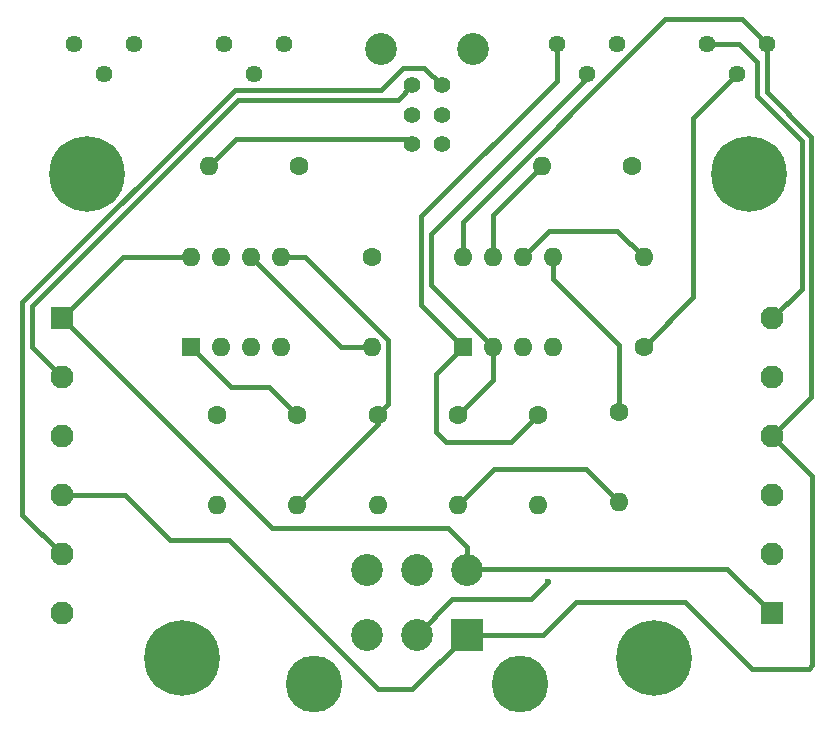
<source format=gbl>
%TF.GenerationSoftware,KiCad,Pcbnew,8.0.3*%
%TF.CreationDate,2024-07-01T16:11:10-07:00*%
%TF.ProjectId,gofaster,676f6661-7374-4657-922e-6b696361645f,rev?*%
%TF.SameCoordinates,Original*%
%TF.FileFunction,Copper,L2,Bot*%
%TF.FilePolarity,Positive*%
%FSLAX46Y46*%
G04 Gerber Fmt 4.6, Leading zero omitted, Abs format (unit mm)*
G04 Created by KiCad (PCBNEW 8.0.3) date 2024-07-01 16:11:10*
%MOMM*%
%LPD*%
G01*
G04 APERTURE LIST*
%TA.AperFunction,ComponentPad*%
%ADD10C,1.600000*%
%TD*%
%TA.AperFunction,ComponentPad*%
%ADD11O,1.600000X1.600000*%
%TD*%
%TA.AperFunction,ComponentPad*%
%ADD12C,1.440000*%
%TD*%
%TA.AperFunction,ComponentPad*%
%ADD13R,1.950000X1.950000*%
%TD*%
%TA.AperFunction,ComponentPad*%
%ADD14C,1.950000*%
%TD*%
%TA.AperFunction,ComponentPad*%
%ADD15R,1.600000X1.600000*%
%TD*%
%TA.AperFunction,ComponentPad*%
%ADD16R,2.700000X2.700000*%
%TD*%
%TA.AperFunction,ComponentPad*%
%ADD17C,2.700000*%
%TD*%
%TA.AperFunction,ComponentPad*%
%ADD18C,4.800000*%
%TD*%
%TA.AperFunction,ComponentPad*%
%ADD19C,1.400000*%
%TD*%
%TA.AperFunction,ComponentPad*%
%ADD20C,6.400000*%
%TD*%
%TA.AperFunction,ViaPad*%
%ADD21C,0.600000*%
%TD*%
%TA.AperFunction,Conductor*%
%ADD22C,0.400000*%
%TD*%
G04 APERTURE END LIST*
D10*
%TO.P,R26,1*%
%TO.N,Net-(R25-Pad2)*%
X154100000Y-128630000D03*
D11*
%TO.P,R26,2*%
%TO.N,Net-(U2B--)*%
X154100000Y-121010000D03*
%TD*%
D12*
%TO.P,R15,1,1*%
%TO.N,/G1*%
X118590000Y-103000000D03*
%TO.P,R15,2,2*%
%TO.N,Net-(R15-Pad2)*%
X121130000Y-105540000D03*
%TO.P,R15,3,3*%
%TO.N,/V1*%
X123670000Y-103000000D03*
%TD*%
D13*
%TO.P,J3,1,Pin_1*%
%TO.N,/V1*%
X104852382Y-126200000D03*
D14*
%TO.P,J3,2,Pin_2*%
%TO.N,/S1_foot*%
X104852382Y-131200000D03*
%TO.P,J3,3,Pin_3*%
%TO.N,/G1*%
X104852382Y-136200000D03*
%TO.P,J3,4,Pin_4*%
%TO.N,/V2*%
X104852382Y-141200000D03*
%TO.P,J3,5,Pin_5*%
%TO.N,/S2_foot*%
X104852382Y-146200000D03*
%TO.P,J3,6,Pin_6*%
%TO.N,/G2*%
X104852382Y-151200000D03*
%TD*%
D15*
%TO.P,U2,1*%
%TO.N,Net-(R22-Pad1)*%
X138800000Y-128620000D03*
D11*
%TO.P,U2,2,-*%
%TO.N,Net-(U2A--)*%
X141340000Y-128620000D03*
%TO.P,U2,3,+*%
%TO.N,/S2*%
X143880000Y-128620000D03*
%TO.P,U2,4,V-*%
%TO.N,/G2*%
X146420000Y-128620000D03*
%TO.P,U2,5,+*%
%TO.N,Net-(U2B-+)*%
X146420000Y-121000000D03*
%TO.P,U2,6,-*%
%TO.N,Net-(U2B--)*%
X143880000Y-121000000D03*
%TO.P,U2,7*%
%TO.N,/S2_hand*%
X141340000Y-121000000D03*
%TO.P,U2,8,V+*%
%TO.N,/V2*%
X138800000Y-121000000D03*
%TD*%
D10*
%TO.P,R24,1*%
%TO.N,Net-(U2B-+)*%
X152000000Y-134190000D03*
D11*
%TO.P,R24,2*%
%TO.N,/G2*%
X152000000Y-141810000D03*
%TD*%
D15*
%TO.P,U1,1*%
%TO.N,Net-(R12-Pad1)*%
X115800000Y-128620000D03*
D11*
%TO.P,U1,2,-*%
%TO.N,Net-(U1A--)*%
X118340000Y-128620000D03*
%TO.P,U1,3,+*%
%TO.N,/S1*%
X120880000Y-128620000D03*
%TO.P,U1,4,V-*%
%TO.N,/G1*%
X123420000Y-128620000D03*
%TO.P,U1,5,+*%
%TO.N,Net-(U1B-+)*%
X123420000Y-121000000D03*
%TO.P,U1,6,-*%
%TO.N,Net-(U1B--)*%
X120880000Y-121000000D03*
%TO.P,U1,7*%
%TO.N,/S1_hand*%
X118340000Y-121000000D03*
%TO.P,U1,8,V+*%
%TO.N,/V1*%
X115800000Y-121000000D03*
%TD*%
D10*
%TO.P,R11,1*%
%TO.N,Net-(U1A--)*%
X118000000Y-134380000D03*
D11*
%TO.P,R11,2*%
%TO.N,/G1*%
X118000000Y-142000000D03*
%TD*%
D12*
%TO.P,R12,1,1*%
%TO.N,Net-(R12-Pad1)*%
X105920000Y-103000000D03*
%TO.P,R12,2,2*%
%TO.N,Net-(U1A--)*%
X108460000Y-105540000D03*
%TO.P,R12,3,3*%
%TO.N,unconnected-(R12-Pad3)*%
X111000000Y-103000000D03*
%TD*%
%TO.P,R25,1,1*%
%TO.N,/G2*%
X159450000Y-103000000D03*
%TO.P,R25,2,2*%
%TO.N,Net-(R25-Pad2)*%
X161990000Y-105540000D03*
%TO.P,R25,3,3*%
%TO.N,/V2*%
X164530000Y-103000000D03*
%TD*%
D16*
%TO.P,J2,1,1*%
%TO.N,/V2*%
X139126191Y-153000000D03*
D17*
%TO.P,J2,2,2*%
%TO.N,/V1*%
X139126191Y-147500000D03*
%TO.P,J2,3,3*%
%TO.N,/S2*%
X134926191Y-153000000D03*
%TO.P,J2,4,4*%
%TO.N,/S1*%
X134926191Y-147500000D03*
%TO.P,J2,5,5*%
%TO.N,/G2*%
X130726191Y-153000000D03*
%TO.P,J2,6,6*%
%TO.N,/G1*%
X130726191Y-147500000D03*
D18*
%TO.P,J2,MH1,MH1*%
%TO.N,unconnected-(J2-PadMH1)*%
X126226191Y-157200000D03*
%TO.P,J2,MH2,MH2*%
%TO.N,unconnected-(J2-PadMH2)*%
X143626191Y-157200000D03*
%TD*%
D19*
%TO.P,SW1,1,A*%
%TO.N,/S1_foot*%
X134500000Y-106500000D03*
%TO.P,SW1,2,B*%
%TO.N,/S1_out*%
X134500000Y-109000000D03*
%TO.P,SW1,3,C*%
%TO.N,/S1_hand*%
X134500000Y-111500000D03*
%TO.P,SW1,4,A*%
%TO.N,/S2_foot*%
X137000000Y-106500000D03*
%TO.P,SW1,5,B*%
%TO.N,/S2_out*%
X137000000Y-109000000D03*
%TO.P,SW1,6,C*%
%TO.N,/S2_hand*%
X137000000Y-111500000D03*
D17*
%TO.P,SW1,MH1*%
%TO.N,N/C*%
X139650000Y-103450000D03*
%TO.P,SW1,MH2*%
X131850000Y-103450000D03*
%TD*%
D20*
%TO.P,REF\u002A\u002A,1*%
%TO.N,N/C*%
X163000000Y-114000000D03*
%TD*%
D10*
%TO.P,R17,1*%
%TO.N,Net-(U1B--)*%
X124950000Y-113300000D03*
D11*
%TO.P,R17,2*%
%TO.N,/S1_hand*%
X117330000Y-113300000D03*
%TD*%
D10*
%TO.P,R16,1*%
%TO.N,Net-(R15-Pad2)*%
X131100000Y-121010000D03*
D11*
%TO.P,R16,2*%
%TO.N,Net-(U1B--)*%
X131100000Y-128630000D03*
%TD*%
D10*
%TO.P,R21,1*%
%TO.N,Net-(U2A--)*%
X138400000Y-134380000D03*
D11*
%TO.P,R21,2*%
%TO.N,/G2*%
X138400000Y-142000000D03*
%TD*%
D20*
%TO.P,REF\u002A\u002A,1*%
%TO.N,N/C*%
X107000000Y-114000000D03*
%TD*%
D13*
%TO.P,J1,1,Pin_1*%
%TO.N,/V1*%
X165000000Y-151200000D03*
D14*
%TO.P,J1,2,Pin_2*%
%TO.N,/S1_out*%
X165000000Y-146200000D03*
%TO.P,J1,3,Pin_3*%
%TO.N,/G1*%
X165000000Y-141200000D03*
%TO.P,J1,4,Pin_4*%
%TO.N,/V2*%
X165000000Y-136200000D03*
%TO.P,J1,5,Pin_5*%
%TO.N,/S2_out*%
X165000000Y-131200000D03*
%TO.P,J1,6,Pin_6*%
%TO.N,/G2*%
X165000000Y-126200000D03*
%TD*%
D12*
%TO.P,R22,1,1*%
%TO.N,Net-(R22-Pad1)*%
X146780000Y-103000000D03*
%TO.P,R22,2,2*%
%TO.N,Net-(U2A--)*%
X149320000Y-105540000D03*
%TO.P,R22,3,3*%
%TO.N,unconnected-(R22-Pad3)*%
X151860000Y-103000000D03*
%TD*%
D20*
%TO.P,REF\u002A\u002A,1*%
%TO.N,N/C*%
X115000000Y-155000000D03*
%TD*%
D10*
%TO.P,R14,1*%
%TO.N,Net-(U1B-+)*%
X131600000Y-134380000D03*
D11*
%TO.P,R14,2*%
%TO.N,/G1*%
X131600000Y-142000000D03*
%TD*%
D10*
%TO.P,R27,1*%
%TO.N,Net-(U2B--)*%
X153140000Y-113300000D03*
D11*
%TO.P,R27,2*%
%TO.N,/S2_hand*%
X145520000Y-113300000D03*
%TD*%
D20*
%TO.P,REF\u002A\u002A,1*%
%TO.N,N/C*%
X155000000Y-155000000D03*
%TD*%
D10*
%TO.P,R23,1*%
%TO.N,Net-(R22-Pad1)*%
X145200000Y-134380000D03*
D11*
%TO.P,R23,2*%
%TO.N,Net-(U2B-+)*%
X145200000Y-142000000D03*
%TD*%
D10*
%TO.P,R13,1*%
%TO.N,Net-(R12-Pad1)*%
X124800000Y-134380000D03*
D11*
%TO.P,R13,2*%
%TO.N,Net-(U1B-+)*%
X124800000Y-142000000D03*
%TD*%
D21*
%TO.N,/S2*%
X146000000Y-148550000D03*
%TD*%
D22*
%TO.N,/V1*%
X139126191Y-145590812D02*
X137535379Y-144000000D01*
X137535379Y-144000000D02*
X122652382Y-144000000D01*
X139226191Y-147400000D02*
X139126191Y-147500000D01*
X122652382Y-144000000D02*
X104852382Y-126200000D01*
X115800000Y-121000000D02*
X110052382Y-121000000D01*
X161200000Y-147400000D02*
X139226191Y-147400000D01*
X165000000Y-151200000D02*
X161200000Y-147400000D01*
X139126191Y-147500000D02*
X139126191Y-145590812D01*
X110052382Y-121000000D02*
X104852382Y-126200000D01*
%TO.N,/V2*%
X110200000Y-141200000D02*
X104852382Y-141200000D01*
X165000000Y-136200000D02*
X168400000Y-139600000D01*
X168300000Y-110865988D02*
X164530000Y-107095988D01*
X139126191Y-153000000D02*
X134526191Y-157600000D01*
X134526191Y-157600000D02*
X131620101Y-157600000D01*
X165000000Y-136200000D02*
X168300000Y-132900000D01*
X155940101Y-100900000D02*
X162430000Y-100900000D01*
X168300000Y-132900000D02*
X168300000Y-110865988D01*
X164530000Y-107095988D02*
X164530000Y-103000000D01*
X119020101Y-145000000D02*
X114000000Y-145000000D01*
X148400000Y-150200000D02*
X145600000Y-153000000D01*
X138800000Y-118040101D02*
X155940101Y-100900000D01*
X138800000Y-121000000D02*
X138800000Y-118040101D01*
X114000000Y-145000000D02*
X110200000Y-141200000D01*
X145600000Y-153000000D02*
X139126191Y-153000000D01*
X157600000Y-150200000D02*
X148400000Y-150200000D01*
X168400000Y-155600000D02*
X168100000Y-155900000D01*
X162430000Y-100900000D02*
X164530000Y-103000000D01*
X163300000Y-155900000D02*
X157600000Y-150200000D01*
X168100000Y-155900000D02*
X163300000Y-155900000D01*
X168400000Y-139600000D02*
X168400000Y-155600000D01*
X131620101Y-157600000D02*
X119020101Y-145000000D01*
%TO.N,/G2*%
X165000000Y-126200000D02*
X167500000Y-123700000D01*
X167500000Y-111197358D02*
X163730000Y-107427358D01*
X141400000Y-139000000D02*
X149190000Y-139000000D01*
X163730000Y-107427358D02*
X163730000Y-104530000D01*
X163730000Y-104530000D02*
X162200000Y-103000000D01*
X138400000Y-142000000D02*
X141400000Y-139000000D01*
X162200000Y-103000000D02*
X159450000Y-103000000D01*
X149190000Y-139000000D02*
X152000000Y-141810000D01*
X167500000Y-123700000D02*
X167500000Y-111197358D01*
%TO.N,/S2*%
X144550000Y-150000000D02*
X137926191Y-150000000D01*
X146000000Y-148550000D02*
X144550000Y-150000000D01*
X137926191Y-150000000D02*
X134926191Y-153000000D01*
%TO.N,/S1_foot*%
X119805382Y-107700000D02*
X133300000Y-107700000D01*
X133300000Y-107700000D02*
X134500000Y-106500000D01*
X102300000Y-125205382D02*
X119805382Y-107700000D01*
X104852382Y-131200000D02*
X102300000Y-128647618D01*
X102300000Y-128647618D02*
X102300000Y-125205382D01*
%TO.N,Net-(R12-Pad1)*%
X119180000Y-132000000D02*
X115800000Y-128620000D01*
X122420000Y-132000000D02*
X119180000Y-132000000D01*
X124800000Y-134380000D02*
X122420000Y-132000000D01*
%TO.N,Net-(U1B-+)*%
X123420000Y-121000000D02*
X125449899Y-121000000D01*
X132500000Y-128050101D02*
X132500000Y-133480000D01*
X125449899Y-121000000D02*
X132500000Y-128050101D01*
X131600000Y-135200000D02*
X131600000Y-134380000D01*
X132500000Y-133480000D02*
X131600000Y-134380000D01*
X124800000Y-142000000D02*
X131600000Y-135200000D01*
%TO.N,Net-(U1B--)*%
X128510000Y-128630000D02*
X120880000Y-121000000D01*
X131100000Y-128630000D02*
X128510000Y-128630000D01*
%TO.N,/S1_hand*%
X119630000Y-111000000D02*
X134000000Y-111000000D01*
X117330000Y-113300000D02*
X119630000Y-111000000D01*
X134000000Y-111000000D02*
X134500000Y-111500000D01*
%TO.N,Net-(U2A--)*%
X141340000Y-131440000D02*
X138400000Y-134380000D01*
X149320000Y-105540000D02*
X149320000Y-105880000D01*
X136100000Y-119100000D02*
X136100000Y-123380000D01*
X149320000Y-105880000D02*
X136100000Y-119100000D01*
X136100000Y-123380000D02*
X141340000Y-128620000D01*
X141340000Y-128620000D02*
X141340000Y-131440000D01*
%TO.N,Net-(R22-Pad1)*%
X137359899Y-136700000D02*
X142880000Y-136700000D01*
X136500000Y-130920000D02*
X136500000Y-135840101D01*
X138800000Y-128620000D02*
X135300000Y-125120000D01*
X146780000Y-106082741D02*
X146780000Y-103000000D01*
X138800000Y-128620000D02*
X136500000Y-130920000D01*
X136500000Y-135840101D02*
X137359899Y-136700000D01*
X135300000Y-125120000D02*
X135300000Y-117562741D01*
X135300000Y-117562741D02*
X146780000Y-106082741D01*
X142880000Y-136700000D02*
X145200000Y-134380000D01*
%TO.N,Net-(U2B-+)*%
X152000000Y-128509899D02*
X152000000Y-134190000D01*
X146420000Y-122929899D02*
X152000000Y-128509899D01*
X146420000Y-121000000D02*
X146420000Y-122929899D01*
%TO.N,Net-(R25-Pad2)*%
X158300000Y-124430000D02*
X154100000Y-128630000D01*
X158300000Y-109230000D02*
X158300000Y-124430000D01*
X161990000Y-105540000D02*
X158300000Y-109230000D01*
%TO.N,Net-(U2B--)*%
X146080000Y-118800000D02*
X151890000Y-118800000D01*
X151890000Y-118800000D02*
X154100000Y-121010000D01*
X143880000Y-121000000D02*
X146080000Y-118800000D01*
%TO.N,/S2_hand*%
X141340000Y-121000000D02*
X141340000Y-117480000D01*
X141340000Y-117480000D02*
X145520000Y-113300000D01*
%TO.N,/S2_foot*%
X119514012Y-106860000D02*
X101500000Y-124874012D01*
X133700000Y-105000000D02*
X131840000Y-106860000D01*
X131840000Y-106860000D02*
X119514012Y-106860000D01*
X137000000Y-106500000D02*
X135500000Y-105000000D01*
X101500000Y-142847618D02*
X104852382Y-146200000D01*
X101500000Y-124874012D02*
X101500000Y-142847618D01*
X135500000Y-105000000D02*
X133700000Y-105000000D01*
%TD*%
M02*

</source>
